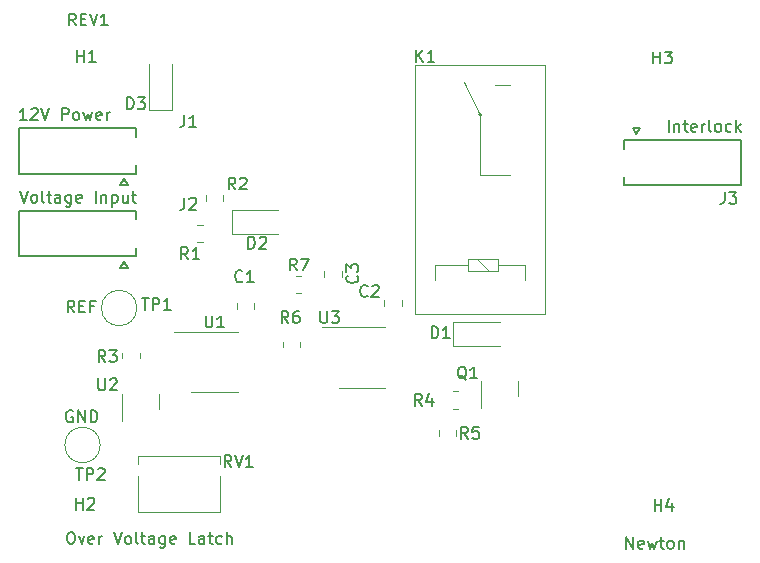
<source format=gbr>
%TF.GenerationSoftware,KiCad,Pcbnew,7.0.1*%
%TF.CreationDate,2023-05-29T21:51:14-06:00*%
%TF.ProjectId,Over_Voltage_Latch,4f766572-5f56-46f6-9c74-6167655f4c61,1*%
%TF.SameCoordinates,Original*%
%TF.FileFunction,Legend,Top*%
%TF.FilePolarity,Positive*%
%FSLAX46Y46*%
G04 Gerber Fmt 4.6, Leading zero omitted, Abs format (unit mm)*
G04 Created by KiCad (PCBNEW 7.0.1) date 2023-05-29 21:51:14*
%MOMM*%
%LPD*%
G01*
G04 APERTURE LIST*
%ADD10C,0.150000*%
%ADD11C,0.120000*%
%ADD12C,0.127000*%
G04 APERTURE END LIST*
D10*
X167138095Y-89377619D02*
X167138095Y-88377619D01*
X167614285Y-88710952D02*
X167614285Y-89377619D01*
X167614285Y-88806190D02*
X167661904Y-88758571D01*
X167661904Y-88758571D02*
X167757142Y-88710952D01*
X167757142Y-88710952D02*
X167899999Y-88710952D01*
X167899999Y-88710952D02*
X167995237Y-88758571D01*
X167995237Y-88758571D02*
X168042856Y-88853809D01*
X168042856Y-88853809D02*
X168042856Y-89377619D01*
X168376190Y-88710952D02*
X168757142Y-88710952D01*
X168519047Y-88377619D02*
X168519047Y-89234761D01*
X168519047Y-89234761D02*
X168566666Y-89330000D01*
X168566666Y-89330000D02*
X168661904Y-89377619D01*
X168661904Y-89377619D02*
X168757142Y-89377619D01*
X169471428Y-89330000D02*
X169376190Y-89377619D01*
X169376190Y-89377619D02*
X169185714Y-89377619D01*
X169185714Y-89377619D02*
X169090476Y-89330000D01*
X169090476Y-89330000D02*
X169042857Y-89234761D01*
X169042857Y-89234761D02*
X169042857Y-88853809D01*
X169042857Y-88853809D02*
X169090476Y-88758571D01*
X169090476Y-88758571D02*
X169185714Y-88710952D01*
X169185714Y-88710952D02*
X169376190Y-88710952D01*
X169376190Y-88710952D02*
X169471428Y-88758571D01*
X169471428Y-88758571D02*
X169519047Y-88853809D01*
X169519047Y-88853809D02*
X169519047Y-88949047D01*
X169519047Y-88949047D02*
X169042857Y-89044285D01*
X169947619Y-89377619D02*
X169947619Y-88710952D01*
X169947619Y-88901428D02*
X169995238Y-88806190D01*
X169995238Y-88806190D02*
X170042857Y-88758571D01*
X170042857Y-88758571D02*
X170138095Y-88710952D01*
X170138095Y-88710952D02*
X170233333Y-88710952D01*
X170709524Y-89377619D02*
X170614286Y-89330000D01*
X170614286Y-89330000D02*
X170566667Y-89234761D01*
X170566667Y-89234761D02*
X170566667Y-88377619D01*
X171233334Y-89377619D02*
X171138096Y-89330000D01*
X171138096Y-89330000D02*
X171090477Y-89282380D01*
X171090477Y-89282380D02*
X171042858Y-89187142D01*
X171042858Y-89187142D02*
X171042858Y-88901428D01*
X171042858Y-88901428D02*
X171090477Y-88806190D01*
X171090477Y-88806190D02*
X171138096Y-88758571D01*
X171138096Y-88758571D02*
X171233334Y-88710952D01*
X171233334Y-88710952D02*
X171376191Y-88710952D01*
X171376191Y-88710952D02*
X171471429Y-88758571D01*
X171471429Y-88758571D02*
X171519048Y-88806190D01*
X171519048Y-88806190D02*
X171566667Y-88901428D01*
X171566667Y-88901428D02*
X171566667Y-89187142D01*
X171566667Y-89187142D02*
X171519048Y-89282380D01*
X171519048Y-89282380D02*
X171471429Y-89330000D01*
X171471429Y-89330000D02*
X171376191Y-89377619D01*
X171376191Y-89377619D02*
X171233334Y-89377619D01*
X172423810Y-89330000D02*
X172328572Y-89377619D01*
X172328572Y-89377619D02*
X172138096Y-89377619D01*
X172138096Y-89377619D02*
X172042858Y-89330000D01*
X172042858Y-89330000D02*
X171995239Y-89282380D01*
X171995239Y-89282380D02*
X171947620Y-89187142D01*
X171947620Y-89187142D02*
X171947620Y-88901428D01*
X171947620Y-88901428D02*
X171995239Y-88806190D01*
X171995239Y-88806190D02*
X172042858Y-88758571D01*
X172042858Y-88758571D02*
X172138096Y-88710952D01*
X172138096Y-88710952D02*
X172328572Y-88710952D01*
X172328572Y-88710952D02*
X172423810Y-88758571D01*
X172852382Y-89377619D02*
X172852382Y-88377619D01*
X172947620Y-88996666D02*
X173233334Y-89377619D01*
X173233334Y-88710952D02*
X172852382Y-89091904D01*
X112195238Y-94377619D02*
X112528571Y-95377619D01*
X112528571Y-95377619D02*
X112861904Y-94377619D01*
X113338095Y-95377619D02*
X113242857Y-95330000D01*
X113242857Y-95330000D02*
X113195238Y-95282380D01*
X113195238Y-95282380D02*
X113147619Y-95187142D01*
X113147619Y-95187142D02*
X113147619Y-94901428D01*
X113147619Y-94901428D02*
X113195238Y-94806190D01*
X113195238Y-94806190D02*
X113242857Y-94758571D01*
X113242857Y-94758571D02*
X113338095Y-94710952D01*
X113338095Y-94710952D02*
X113480952Y-94710952D01*
X113480952Y-94710952D02*
X113576190Y-94758571D01*
X113576190Y-94758571D02*
X113623809Y-94806190D01*
X113623809Y-94806190D02*
X113671428Y-94901428D01*
X113671428Y-94901428D02*
X113671428Y-95187142D01*
X113671428Y-95187142D02*
X113623809Y-95282380D01*
X113623809Y-95282380D02*
X113576190Y-95330000D01*
X113576190Y-95330000D02*
X113480952Y-95377619D01*
X113480952Y-95377619D02*
X113338095Y-95377619D01*
X114242857Y-95377619D02*
X114147619Y-95330000D01*
X114147619Y-95330000D02*
X114100000Y-95234761D01*
X114100000Y-95234761D02*
X114100000Y-94377619D01*
X114480953Y-94710952D02*
X114861905Y-94710952D01*
X114623810Y-94377619D02*
X114623810Y-95234761D01*
X114623810Y-95234761D02*
X114671429Y-95330000D01*
X114671429Y-95330000D02*
X114766667Y-95377619D01*
X114766667Y-95377619D02*
X114861905Y-95377619D01*
X115623810Y-95377619D02*
X115623810Y-94853809D01*
X115623810Y-94853809D02*
X115576191Y-94758571D01*
X115576191Y-94758571D02*
X115480953Y-94710952D01*
X115480953Y-94710952D02*
X115290477Y-94710952D01*
X115290477Y-94710952D02*
X115195239Y-94758571D01*
X115623810Y-95330000D02*
X115528572Y-95377619D01*
X115528572Y-95377619D02*
X115290477Y-95377619D01*
X115290477Y-95377619D02*
X115195239Y-95330000D01*
X115195239Y-95330000D02*
X115147620Y-95234761D01*
X115147620Y-95234761D02*
X115147620Y-95139523D01*
X115147620Y-95139523D02*
X115195239Y-95044285D01*
X115195239Y-95044285D02*
X115290477Y-94996666D01*
X115290477Y-94996666D02*
X115528572Y-94996666D01*
X115528572Y-94996666D02*
X115623810Y-94949047D01*
X116528572Y-94710952D02*
X116528572Y-95520476D01*
X116528572Y-95520476D02*
X116480953Y-95615714D01*
X116480953Y-95615714D02*
X116433334Y-95663333D01*
X116433334Y-95663333D02*
X116338096Y-95710952D01*
X116338096Y-95710952D02*
X116195239Y-95710952D01*
X116195239Y-95710952D02*
X116100001Y-95663333D01*
X116528572Y-95330000D02*
X116433334Y-95377619D01*
X116433334Y-95377619D02*
X116242858Y-95377619D01*
X116242858Y-95377619D02*
X116147620Y-95330000D01*
X116147620Y-95330000D02*
X116100001Y-95282380D01*
X116100001Y-95282380D02*
X116052382Y-95187142D01*
X116052382Y-95187142D02*
X116052382Y-94901428D01*
X116052382Y-94901428D02*
X116100001Y-94806190D01*
X116100001Y-94806190D02*
X116147620Y-94758571D01*
X116147620Y-94758571D02*
X116242858Y-94710952D01*
X116242858Y-94710952D02*
X116433334Y-94710952D01*
X116433334Y-94710952D02*
X116528572Y-94758571D01*
X117385715Y-95330000D02*
X117290477Y-95377619D01*
X117290477Y-95377619D02*
X117100001Y-95377619D01*
X117100001Y-95377619D02*
X117004763Y-95330000D01*
X117004763Y-95330000D02*
X116957144Y-95234761D01*
X116957144Y-95234761D02*
X116957144Y-94853809D01*
X116957144Y-94853809D02*
X117004763Y-94758571D01*
X117004763Y-94758571D02*
X117100001Y-94710952D01*
X117100001Y-94710952D02*
X117290477Y-94710952D01*
X117290477Y-94710952D02*
X117385715Y-94758571D01*
X117385715Y-94758571D02*
X117433334Y-94853809D01*
X117433334Y-94853809D02*
X117433334Y-94949047D01*
X117433334Y-94949047D02*
X116957144Y-95044285D01*
X118623811Y-95377619D02*
X118623811Y-94377619D01*
X119100001Y-94710952D02*
X119100001Y-95377619D01*
X119100001Y-94806190D02*
X119147620Y-94758571D01*
X119147620Y-94758571D02*
X119242858Y-94710952D01*
X119242858Y-94710952D02*
X119385715Y-94710952D01*
X119385715Y-94710952D02*
X119480953Y-94758571D01*
X119480953Y-94758571D02*
X119528572Y-94853809D01*
X119528572Y-94853809D02*
X119528572Y-95377619D01*
X120004763Y-94710952D02*
X120004763Y-95710952D01*
X120004763Y-94758571D02*
X120100001Y-94710952D01*
X120100001Y-94710952D02*
X120290477Y-94710952D01*
X120290477Y-94710952D02*
X120385715Y-94758571D01*
X120385715Y-94758571D02*
X120433334Y-94806190D01*
X120433334Y-94806190D02*
X120480953Y-94901428D01*
X120480953Y-94901428D02*
X120480953Y-95187142D01*
X120480953Y-95187142D02*
X120433334Y-95282380D01*
X120433334Y-95282380D02*
X120385715Y-95330000D01*
X120385715Y-95330000D02*
X120290477Y-95377619D01*
X120290477Y-95377619D02*
X120100001Y-95377619D01*
X120100001Y-95377619D02*
X120004763Y-95330000D01*
X121338096Y-94710952D02*
X121338096Y-95377619D01*
X120909525Y-94710952D02*
X120909525Y-95234761D01*
X120909525Y-95234761D02*
X120957144Y-95330000D01*
X120957144Y-95330000D02*
X121052382Y-95377619D01*
X121052382Y-95377619D02*
X121195239Y-95377619D01*
X121195239Y-95377619D02*
X121290477Y-95330000D01*
X121290477Y-95330000D02*
X121338096Y-95282380D01*
X121671430Y-94710952D02*
X122052382Y-94710952D01*
X121814287Y-94377619D02*
X121814287Y-95234761D01*
X121814287Y-95234761D02*
X121861906Y-95330000D01*
X121861906Y-95330000D02*
X121957144Y-95377619D01*
X121957144Y-95377619D02*
X122052382Y-95377619D01*
X112761904Y-88377619D02*
X112190476Y-88377619D01*
X112476190Y-88377619D02*
X112476190Y-87377619D01*
X112476190Y-87377619D02*
X112380952Y-87520476D01*
X112380952Y-87520476D02*
X112285714Y-87615714D01*
X112285714Y-87615714D02*
X112190476Y-87663333D01*
X113142857Y-87472857D02*
X113190476Y-87425238D01*
X113190476Y-87425238D02*
X113285714Y-87377619D01*
X113285714Y-87377619D02*
X113523809Y-87377619D01*
X113523809Y-87377619D02*
X113619047Y-87425238D01*
X113619047Y-87425238D02*
X113666666Y-87472857D01*
X113666666Y-87472857D02*
X113714285Y-87568095D01*
X113714285Y-87568095D02*
X113714285Y-87663333D01*
X113714285Y-87663333D02*
X113666666Y-87806190D01*
X113666666Y-87806190D02*
X113095238Y-88377619D01*
X113095238Y-88377619D02*
X113714285Y-88377619D01*
X114000000Y-87377619D02*
X114333333Y-88377619D01*
X114333333Y-88377619D02*
X114666666Y-87377619D01*
X115761905Y-88377619D02*
X115761905Y-87377619D01*
X115761905Y-87377619D02*
X116142857Y-87377619D01*
X116142857Y-87377619D02*
X116238095Y-87425238D01*
X116238095Y-87425238D02*
X116285714Y-87472857D01*
X116285714Y-87472857D02*
X116333333Y-87568095D01*
X116333333Y-87568095D02*
X116333333Y-87710952D01*
X116333333Y-87710952D02*
X116285714Y-87806190D01*
X116285714Y-87806190D02*
X116238095Y-87853809D01*
X116238095Y-87853809D02*
X116142857Y-87901428D01*
X116142857Y-87901428D02*
X115761905Y-87901428D01*
X116904762Y-88377619D02*
X116809524Y-88330000D01*
X116809524Y-88330000D02*
X116761905Y-88282380D01*
X116761905Y-88282380D02*
X116714286Y-88187142D01*
X116714286Y-88187142D02*
X116714286Y-87901428D01*
X116714286Y-87901428D02*
X116761905Y-87806190D01*
X116761905Y-87806190D02*
X116809524Y-87758571D01*
X116809524Y-87758571D02*
X116904762Y-87710952D01*
X116904762Y-87710952D02*
X117047619Y-87710952D01*
X117047619Y-87710952D02*
X117142857Y-87758571D01*
X117142857Y-87758571D02*
X117190476Y-87806190D01*
X117190476Y-87806190D02*
X117238095Y-87901428D01*
X117238095Y-87901428D02*
X117238095Y-88187142D01*
X117238095Y-88187142D02*
X117190476Y-88282380D01*
X117190476Y-88282380D02*
X117142857Y-88330000D01*
X117142857Y-88330000D02*
X117047619Y-88377619D01*
X117047619Y-88377619D02*
X116904762Y-88377619D01*
X117571429Y-87710952D02*
X117761905Y-88377619D01*
X117761905Y-88377619D02*
X117952381Y-87901428D01*
X117952381Y-87901428D02*
X118142857Y-88377619D01*
X118142857Y-88377619D02*
X118333333Y-87710952D01*
X119095238Y-88330000D02*
X119000000Y-88377619D01*
X119000000Y-88377619D02*
X118809524Y-88377619D01*
X118809524Y-88377619D02*
X118714286Y-88330000D01*
X118714286Y-88330000D02*
X118666667Y-88234761D01*
X118666667Y-88234761D02*
X118666667Y-87853809D01*
X118666667Y-87853809D02*
X118714286Y-87758571D01*
X118714286Y-87758571D02*
X118809524Y-87710952D01*
X118809524Y-87710952D02*
X119000000Y-87710952D01*
X119000000Y-87710952D02*
X119095238Y-87758571D01*
X119095238Y-87758571D02*
X119142857Y-87853809D01*
X119142857Y-87853809D02*
X119142857Y-87949047D01*
X119142857Y-87949047D02*
X118666667Y-88044285D01*
X119571429Y-88377619D02*
X119571429Y-87710952D01*
X119571429Y-87901428D02*
X119619048Y-87806190D01*
X119619048Y-87806190D02*
X119666667Y-87758571D01*
X119666667Y-87758571D02*
X119761905Y-87710952D01*
X119761905Y-87710952D02*
X119857143Y-87710952D01*
X116428571Y-123277619D02*
X116619047Y-123277619D01*
X116619047Y-123277619D02*
X116714285Y-123325238D01*
X116714285Y-123325238D02*
X116809523Y-123420476D01*
X116809523Y-123420476D02*
X116857142Y-123610952D01*
X116857142Y-123610952D02*
X116857142Y-123944285D01*
X116857142Y-123944285D02*
X116809523Y-124134761D01*
X116809523Y-124134761D02*
X116714285Y-124230000D01*
X116714285Y-124230000D02*
X116619047Y-124277619D01*
X116619047Y-124277619D02*
X116428571Y-124277619D01*
X116428571Y-124277619D02*
X116333333Y-124230000D01*
X116333333Y-124230000D02*
X116238095Y-124134761D01*
X116238095Y-124134761D02*
X116190476Y-123944285D01*
X116190476Y-123944285D02*
X116190476Y-123610952D01*
X116190476Y-123610952D02*
X116238095Y-123420476D01*
X116238095Y-123420476D02*
X116333333Y-123325238D01*
X116333333Y-123325238D02*
X116428571Y-123277619D01*
X117190476Y-123610952D02*
X117428571Y-124277619D01*
X117428571Y-124277619D02*
X117666666Y-123610952D01*
X118428571Y-124230000D02*
X118333333Y-124277619D01*
X118333333Y-124277619D02*
X118142857Y-124277619D01*
X118142857Y-124277619D02*
X118047619Y-124230000D01*
X118047619Y-124230000D02*
X118000000Y-124134761D01*
X118000000Y-124134761D02*
X118000000Y-123753809D01*
X118000000Y-123753809D02*
X118047619Y-123658571D01*
X118047619Y-123658571D02*
X118142857Y-123610952D01*
X118142857Y-123610952D02*
X118333333Y-123610952D01*
X118333333Y-123610952D02*
X118428571Y-123658571D01*
X118428571Y-123658571D02*
X118476190Y-123753809D01*
X118476190Y-123753809D02*
X118476190Y-123849047D01*
X118476190Y-123849047D02*
X118000000Y-123944285D01*
X118904762Y-124277619D02*
X118904762Y-123610952D01*
X118904762Y-123801428D02*
X118952381Y-123706190D01*
X118952381Y-123706190D02*
X119000000Y-123658571D01*
X119000000Y-123658571D02*
X119095238Y-123610952D01*
X119095238Y-123610952D02*
X119190476Y-123610952D01*
X120142858Y-123277619D02*
X120476191Y-124277619D01*
X120476191Y-124277619D02*
X120809524Y-123277619D01*
X121285715Y-124277619D02*
X121190477Y-124230000D01*
X121190477Y-124230000D02*
X121142858Y-124182380D01*
X121142858Y-124182380D02*
X121095239Y-124087142D01*
X121095239Y-124087142D02*
X121095239Y-123801428D01*
X121095239Y-123801428D02*
X121142858Y-123706190D01*
X121142858Y-123706190D02*
X121190477Y-123658571D01*
X121190477Y-123658571D02*
X121285715Y-123610952D01*
X121285715Y-123610952D02*
X121428572Y-123610952D01*
X121428572Y-123610952D02*
X121523810Y-123658571D01*
X121523810Y-123658571D02*
X121571429Y-123706190D01*
X121571429Y-123706190D02*
X121619048Y-123801428D01*
X121619048Y-123801428D02*
X121619048Y-124087142D01*
X121619048Y-124087142D02*
X121571429Y-124182380D01*
X121571429Y-124182380D02*
X121523810Y-124230000D01*
X121523810Y-124230000D02*
X121428572Y-124277619D01*
X121428572Y-124277619D02*
X121285715Y-124277619D01*
X122190477Y-124277619D02*
X122095239Y-124230000D01*
X122095239Y-124230000D02*
X122047620Y-124134761D01*
X122047620Y-124134761D02*
X122047620Y-123277619D01*
X122428573Y-123610952D02*
X122809525Y-123610952D01*
X122571430Y-123277619D02*
X122571430Y-124134761D01*
X122571430Y-124134761D02*
X122619049Y-124230000D01*
X122619049Y-124230000D02*
X122714287Y-124277619D01*
X122714287Y-124277619D02*
X122809525Y-124277619D01*
X123571430Y-124277619D02*
X123571430Y-123753809D01*
X123571430Y-123753809D02*
X123523811Y-123658571D01*
X123523811Y-123658571D02*
X123428573Y-123610952D01*
X123428573Y-123610952D02*
X123238097Y-123610952D01*
X123238097Y-123610952D02*
X123142859Y-123658571D01*
X123571430Y-124230000D02*
X123476192Y-124277619D01*
X123476192Y-124277619D02*
X123238097Y-124277619D01*
X123238097Y-124277619D02*
X123142859Y-124230000D01*
X123142859Y-124230000D02*
X123095240Y-124134761D01*
X123095240Y-124134761D02*
X123095240Y-124039523D01*
X123095240Y-124039523D02*
X123142859Y-123944285D01*
X123142859Y-123944285D02*
X123238097Y-123896666D01*
X123238097Y-123896666D02*
X123476192Y-123896666D01*
X123476192Y-123896666D02*
X123571430Y-123849047D01*
X124476192Y-123610952D02*
X124476192Y-124420476D01*
X124476192Y-124420476D02*
X124428573Y-124515714D01*
X124428573Y-124515714D02*
X124380954Y-124563333D01*
X124380954Y-124563333D02*
X124285716Y-124610952D01*
X124285716Y-124610952D02*
X124142859Y-124610952D01*
X124142859Y-124610952D02*
X124047621Y-124563333D01*
X124476192Y-124230000D02*
X124380954Y-124277619D01*
X124380954Y-124277619D02*
X124190478Y-124277619D01*
X124190478Y-124277619D02*
X124095240Y-124230000D01*
X124095240Y-124230000D02*
X124047621Y-124182380D01*
X124047621Y-124182380D02*
X124000002Y-124087142D01*
X124000002Y-124087142D02*
X124000002Y-123801428D01*
X124000002Y-123801428D02*
X124047621Y-123706190D01*
X124047621Y-123706190D02*
X124095240Y-123658571D01*
X124095240Y-123658571D02*
X124190478Y-123610952D01*
X124190478Y-123610952D02*
X124380954Y-123610952D01*
X124380954Y-123610952D02*
X124476192Y-123658571D01*
X125333335Y-124230000D02*
X125238097Y-124277619D01*
X125238097Y-124277619D02*
X125047621Y-124277619D01*
X125047621Y-124277619D02*
X124952383Y-124230000D01*
X124952383Y-124230000D02*
X124904764Y-124134761D01*
X124904764Y-124134761D02*
X124904764Y-123753809D01*
X124904764Y-123753809D02*
X124952383Y-123658571D01*
X124952383Y-123658571D02*
X125047621Y-123610952D01*
X125047621Y-123610952D02*
X125238097Y-123610952D01*
X125238097Y-123610952D02*
X125333335Y-123658571D01*
X125333335Y-123658571D02*
X125380954Y-123753809D01*
X125380954Y-123753809D02*
X125380954Y-123849047D01*
X125380954Y-123849047D02*
X124904764Y-123944285D01*
X127047621Y-124277619D02*
X126571431Y-124277619D01*
X126571431Y-124277619D02*
X126571431Y-123277619D01*
X127809526Y-124277619D02*
X127809526Y-123753809D01*
X127809526Y-123753809D02*
X127761907Y-123658571D01*
X127761907Y-123658571D02*
X127666669Y-123610952D01*
X127666669Y-123610952D02*
X127476193Y-123610952D01*
X127476193Y-123610952D02*
X127380955Y-123658571D01*
X127809526Y-124230000D02*
X127714288Y-124277619D01*
X127714288Y-124277619D02*
X127476193Y-124277619D01*
X127476193Y-124277619D02*
X127380955Y-124230000D01*
X127380955Y-124230000D02*
X127333336Y-124134761D01*
X127333336Y-124134761D02*
X127333336Y-124039523D01*
X127333336Y-124039523D02*
X127380955Y-123944285D01*
X127380955Y-123944285D02*
X127476193Y-123896666D01*
X127476193Y-123896666D02*
X127714288Y-123896666D01*
X127714288Y-123896666D02*
X127809526Y-123849047D01*
X128142860Y-123610952D02*
X128523812Y-123610952D01*
X128285717Y-123277619D02*
X128285717Y-124134761D01*
X128285717Y-124134761D02*
X128333336Y-124230000D01*
X128333336Y-124230000D02*
X128428574Y-124277619D01*
X128428574Y-124277619D02*
X128523812Y-124277619D01*
X129285717Y-124230000D02*
X129190479Y-124277619D01*
X129190479Y-124277619D02*
X129000003Y-124277619D01*
X129000003Y-124277619D02*
X128904765Y-124230000D01*
X128904765Y-124230000D02*
X128857146Y-124182380D01*
X128857146Y-124182380D02*
X128809527Y-124087142D01*
X128809527Y-124087142D02*
X128809527Y-123801428D01*
X128809527Y-123801428D02*
X128857146Y-123706190D01*
X128857146Y-123706190D02*
X128904765Y-123658571D01*
X128904765Y-123658571D02*
X129000003Y-123610952D01*
X129000003Y-123610952D02*
X129190479Y-123610952D01*
X129190479Y-123610952D02*
X129285717Y-123658571D01*
X129714289Y-124277619D02*
X129714289Y-123277619D01*
X130142860Y-124277619D02*
X130142860Y-123753809D01*
X130142860Y-123753809D02*
X130095241Y-123658571D01*
X130095241Y-123658571D02*
X130000003Y-123610952D01*
X130000003Y-123610952D02*
X129857146Y-123610952D01*
X129857146Y-123610952D02*
X129761908Y-123658571D01*
X129761908Y-123658571D02*
X129714289Y-123706190D01*
X116661904Y-113025238D02*
X116566666Y-112977619D01*
X116566666Y-112977619D02*
X116423809Y-112977619D01*
X116423809Y-112977619D02*
X116280952Y-113025238D01*
X116280952Y-113025238D02*
X116185714Y-113120476D01*
X116185714Y-113120476D02*
X116138095Y-113215714D01*
X116138095Y-113215714D02*
X116090476Y-113406190D01*
X116090476Y-113406190D02*
X116090476Y-113549047D01*
X116090476Y-113549047D02*
X116138095Y-113739523D01*
X116138095Y-113739523D02*
X116185714Y-113834761D01*
X116185714Y-113834761D02*
X116280952Y-113930000D01*
X116280952Y-113930000D02*
X116423809Y-113977619D01*
X116423809Y-113977619D02*
X116519047Y-113977619D01*
X116519047Y-113977619D02*
X116661904Y-113930000D01*
X116661904Y-113930000D02*
X116709523Y-113882380D01*
X116709523Y-113882380D02*
X116709523Y-113549047D01*
X116709523Y-113549047D02*
X116519047Y-113549047D01*
X117138095Y-113977619D02*
X117138095Y-112977619D01*
X117138095Y-112977619D02*
X117709523Y-113977619D01*
X117709523Y-113977619D02*
X117709523Y-112977619D01*
X118185714Y-113977619D02*
X118185714Y-112977619D01*
X118185714Y-112977619D02*
X118423809Y-112977619D01*
X118423809Y-112977619D02*
X118566666Y-113025238D01*
X118566666Y-113025238D02*
X118661904Y-113120476D01*
X118661904Y-113120476D02*
X118709523Y-113215714D01*
X118709523Y-113215714D02*
X118757142Y-113406190D01*
X118757142Y-113406190D02*
X118757142Y-113549047D01*
X118757142Y-113549047D02*
X118709523Y-113739523D01*
X118709523Y-113739523D02*
X118661904Y-113834761D01*
X118661904Y-113834761D02*
X118566666Y-113930000D01*
X118566666Y-113930000D02*
X118423809Y-113977619D01*
X118423809Y-113977619D02*
X118185714Y-113977619D01*
X116909523Y-80377619D02*
X116576190Y-79901428D01*
X116338095Y-80377619D02*
X116338095Y-79377619D01*
X116338095Y-79377619D02*
X116719047Y-79377619D01*
X116719047Y-79377619D02*
X116814285Y-79425238D01*
X116814285Y-79425238D02*
X116861904Y-79472857D01*
X116861904Y-79472857D02*
X116909523Y-79568095D01*
X116909523Y-79568095D02*
X116909523Y-79710952D01*
X116909523Y-79710952D02*
X116861904Y-79806190D01*
X116861904Y-79806190D02*
X116814285Y-79853809D01*
X116814285Y-79853809D02*
X116719047Y-79901428D01*
X116719047Y-79901428D02*
X116338095Y-79901428D01*
X117338095Y-79853809D02*
X117671428Y-79853809D01*
X117814285Y-80377619D02*
X117338095Y-80377619D01*
X117338095Y-80377619D02*
X117338095Y-79377619D01*
X117338095Y-79377619D02*
X117814285Y-79377619D01*
X118100000Y-79377619D02*
X118433333Y-80377619D01*
X118433333Y-80377619D02*
X118766666Y-79377619D01*
X119623809Y-80377619D02*
X119052381Y-80377619D01*
X119338095Y-80377619D02*
X119338095Y-79377619D01*
X119338095Y-79377619D02*
X119242857Y-79520476D01*
X119242857Y-79520476D02*
X119147619Y-79615714D01*
X119147619Y-79615714D02*
X119052381Y-79663333D01*
X163538095Y-124677619D02*
X163538095Y-123677619D01*
X163538095Y-123677619D02*
X164109523Y-124677619D01*
X164109523Y-124677619D02*
X164109523Y-123677619D01*
X164966666Y-124630000D02*
X164871428Y-124677619D01*
X164871428Y-124677619D02*
X164680952Y-124677619D01*
X164680952Y-124677619D02*
X164585714Y-124630000D01*
X164585714Y-124630000D02*
X164538095Y-124534761D01*
X164538095Y-124534761D02*
X164538095Y-124153809D01*
X164538095Y-124153809D02*
X164585714Y-124058571D01*
X164585714Y-124058571D02*
X164680952Y-124010952D01*
X164680952Y-124010952D02*
X164871428Y-124010952D01*
X164871428Y-124010952D02*
X164966666Y-124058571D01*
X164966666Y-124058571D02*
X165014285Y-124153809D01*
X165014285Y-124153809D02*
X165014285Y-124249047D01*
X165014285Y-124249047D02*
X164538095Y-124344285D01*
X165347619Y-124010952D02*
X165538095Y-124677619D01*
X165538095Y-124677619D02*
X165728571Y-124201428D01*
X165728571Y-124201428D02*
X165919047Y-124677619D01*
X165919047Y-124677619D02*
X166109523Y-124010952D01*
X166347619Y-124010952D02*
X166728571Y-124010952D01*
X166490476Y-123677619D02*
X166490476Y-124534761D01*
X166490476Y-124534761D02*
X166538095Y-124630000D01*
X166538095Y-124630000D02*
X166633333Y-124677619D01*
X166633333Y-124677619D02*
X166728571Y-124677619D01*
X167204762Y-124677619D02*
X167109524Y-124630000D01*
X167109524Y-124630000D02*
X167061905Y-124582380D01*
X167061905Y-124582380D02*
X167014286Y-124487142D01*
X167014286Y-124487142D02*
X167014286Y-124201428D01*
X167014286Y-124201428D02*
X167061905Y-124106190D01*
X167061905Y-124106190D02*
X167109524Y-124058571D01*
X167109524Y-124058571D02*
X167204762Y-124010952D01*
X167204762Y-124010952D02*
X167347619Y-124010952D01*
X167347619Y-124010952D02*
X167442857Y-124058571D01*
X167442857Y-124058571D02*
X167490476Y-124106190D01*
X167490476Y-124106190D02*
X167538095Y-124201428D01*
X167538095Y-124201428D02*
X167538095Y-124487142D01*
X167538095Y-124487142D02*
X167490476Y-124582380D01*
X167490476Y-124582380D02*
X167442857Y-124630000D01*
X167442857Y-124630000D02*
X167347619Y-124677619D01*
X167347619Y-124677619D02*
X167204762Y-124677619D01*
X167966667Y-124010952D02*
X167966667Y-124677619D01*
X167966667Y-124106190D02*
X168014286Y-124058571D01*
X168014286Y-124058571D02*
X168109524Y-124010952D01*
X168109524Y-124010952D02*
X168252381Y-124010952D01*
X168252381Y-124010952D02*
X168347619Y-124058571D01*
X168347619Y-124058571D02*
X168395238Y-124153809D01*
X168395238Y-124153809D02*
X168395238Y-124677619D01*
X116809523Y-104677619D02*
X116476190Y-104201428D01*
X116238095Y-104677619D02*
X116238095Y-103677619D01*
X116238095Y-103677619D02*
X116619047Y-103677619D01*
X116619047Y-103677619D02*
X116714285Y-103725238D01*
X116714285Y-103725238D02*
X116761904Y-103772857D01*
X116761904Y-103772857D02*
X116809523Y-103868095D01*
X116809523Y-103868095D02*
X116809523Y-104010952D01*
X116809523Y-104010952D02*
X116761904Y-104106190D01*
X116761904Y-104106190D02*
X116714285Y-104153809D01*
X116714285Y-104153809D02*
X116619047Y-104201428D01*
X116619047Y-104201428D02*
X116238095Y-104201428D01*
X117238095Y-104153809D02*
X117571428Y-104153809D01*
X117714285Y-104677619D02*
X117238095Y-104677619D01*
X117238095Y-104677619D02*
X117238095Y-103677619D01*
X117238095Y-103677619D02*
X117714285Y-103677619D01*
X118476190Y-104153809D02*
X118142857Y-104153809D01*
X118142857Y-104677619D02*
X118142857Y-103677619D01*
X118142857Y-103677619D02*
X118619047Y-103677619D01*
%TO.C,C3*%
X140747380Y-101566666D02*
X140795000Y-101614285D01*
X140795000Y-101614285D02*
X140842619Y-101757142D01*
X140842619Y-101757142D02*
X140842619Y-101852380D01*
X140842619Y-101852380D02*
X140795000Y-101995237D01*
X140795000Y-101995237D02*
X140699761Y-102090475D01*
X140699761Y-102090475D02*
X140604523Y-102138094D01*
X140604523Y-102138094D02*
X140414047Y-102185713D01*
X140414047Y-102185713D02*
X140271190Y-102185713D01*
X140271190Y-102185713D02*
X140080714Y-102138094D01*
X140080714Y-102138094D02*
X139985476Y-102090475D01*
X139985476Y-102090475D02*
X139890238Y-101995237D01*
X139890238Y-101995237D02*
X139842619Y-101852380D01*
X139842619Y-101852380D02*
X139842619Y-101757142D01*
X139842619Y-101757142D02*
X139890238Y-101614285D01*
X139890238Y-101614285D02*
X139937857Y-101566666D01*
X139842619Y-101233332D02*
X139842619Y-100614285D01*
X139842619Y-100614285D02*
X140223571Y-100947618D01*
X140223571Y-100947618D02*
X140223571Y-100804761D01*
X140223571Y-100804761D02*
X140271190Y-100709523D01*
X140271190Y-100709523D02*
X140318809Y-100661904D01*
X140318809Y-100661904D02*
X140414047Y-100614285D01*
X140414047Y-100614285D02*
X140652142Y-100614285D01*
X140652142Y-100614285D02*
X140747380Y-100661904D01*
X140747380Y-100661904D02*
X140795000Y-100709523D01*
X140795000Y-100709523D02*
X140842619Y-100804761D01*
X140842619Y-100804761D02*
X140842619Y-101090475D01*
X140842619Y-101090475D02*
X140795000Y-101185713D01*
X140795000Y-101185713D02*
X140747380Y-101233332D01*
%TO.C,D1*%
X147061905Y-106862619D02*
X147061905Y-105862619D01*
X147061905Y-105862619D02*
X147300000Y-105862619D01*
X147300000Y-105862619D02*
X147442857Y-105910238D01*
X147442857Y-105910238D02*
X147538095Y-106005476D01*
X147538095Y-106005476D02*
X147585714Y-106100714D01*
X147585714Y-106100714D02*
X147633333Y-106291190D01*
X147633333Y-106291190D02*
X147633333Y-106434047D01*
X147633333Y-106434047D02*
X147585714Y-106624523D01*
X147585714Y-106624523D02*
X147538095Y-106719761D01*
X147538095Y-106719761D02*
X147442857Y-106815000D01*
X147442857Y-106815000D02*
X147300000Y-106862619D01*
X147300000Y-106862619D02*
X147061905Y-106862619D01*
X148585714Y-106862619D02*
X148014286Y-106862619D01*
X148300000Y-106862619D02*
X148300000Y-105862619D01*
X148300000Y-105862619D02*
X148204762Y-106005476D01*
X148204762Y-106005476D02*
X148109524Y-106100714D01*
X148109524Y-106100714D02*
X148014286Y-106148333D01*
%TO.C,Q1*%
X150004761Y-110357857D02*
X149909523Y-110310238D01*
X149909523Y-110310238D02*
X149814285Y-110215000D01*
X149814285Y-110215000D02*
X149671428Y-110072142D01*
X149671428Y-110072142D02*
X149576190Y-110024523D01*
X149576190Y-110024523D02*
X149480952Y-110024523D01*
X149528571Y-110262619D02*
X149433333Y-110215000D01*
X149433333Y-110215000D02*
X149338095Y-110119761D01*
X149338095Y-110119761D02*
X149290476Y-109929285D01*
X149290476Y-109929285D02*
X149290476Y-109595952D01*
X149290476Y-109595952D02*
X149338095Y-109405476D01*
X149338095Y-109405476D02*
X149433333Y-109310238D01*
X149433333Y-109310238D02*
X149528571Y-109262619D01*
X149528571Y-109262619D02*
X149719047Y-109262619D01*
X149719047Y-109262619D02*
X149814285Y-109310238D01*
X149814285Y-109310238D02*
X149909523Y-109405476D01*
X149909523Y-109405476D02*
X149957142Y-109595952D01*
X149957142Y-109595952D02*
X149957142Y-109929285D01*
X149957142Y-109929285D02*
X149909523Y-110119761D01*
X149909523Y-110119761D02*
X149814285Y-110215000D01*
X149814285Y-110215000D02*
X149719047Y-110262619D01*
X149719047Y-110262619D02*
X149528571Y-110262619D01*
X150909523Y-110262619D02*
X150338095Y-110262619D01*
X150623809Y-110262619D02*
X150623809Y-109262619D01*
X150623809Y-109262619D02*
X150528571Y-109405476D01*
X150528571Y-109405476D02*
X150433333Y-109500714D01*
X150433333Y-109500714D02*
X150338095Y-109548333D01*
%TO.C,H1*%
X117038095Y-83462619D02*
X117038095Y-82462619D01*
X117038095Y-82938809D02*
X117609523Y-82938809D01*
X117609523Y-83462619D02*
X117609523Y-82462619D01*
X118609523Y-83462619D02*
X118038095Y-83462619D01*
X118323809Y-83462619D02*
X118323809Y-82462619D01*
X118323809Y-82462619D02*
X118228571Y-82605476D01*
X118228571Y-82605476D02*
X118133333Y-82700714D01*
X118133333Y-82700714D02*
X118038095Y-82748333D01*
%TO.C,TP2*%
X116938095Y-117862619D02*
X117509523Y-117862619D01*
X117223809Y-118862619D02*
X117223809Y-117862619D01*
X117842857Y-118862619D02*
X117842857Y-117862619D01*
X117842857Y-117862619D02*
X118223809Y-117862619D01*
X118223809Y-117862619D02*
X118319047Y-117910238D01*
X118319047Y-117910238D02*
X118366666Y-117957857D01*
X118366666Y-117957857D02*
X118414285Y-118053095D01*
X118414285Y-118053095D02*
X118414285Y-118195952D01*
X118414285Y-118195952D02*
X118366666Y-118291190D01*
X118366666Y-118291190D02*
X118319047Y-118338809D01*
X118319047Y-118338809D02*
X118223809Y-118386428D01*
X118223809Y-118386428D02*
X117842857Y-118386428D01*
X118795238Y-117957857D02*
X118842857Y-117910238D01*
X118842857Y-117910238D02*
X118938095Y-117862619D01*
X118938095Y-117862619D02*
X119176190Y-117862619D01*
X119176190Y-117862619D02*
X119271428Y-117910238D01*
X119271428Y-117910238D02*
X119319047Y-117957857D01*
X119319047Y-117957857D02*
X119366666Y-118053095D01*
X119366666Y-118053095D02*
X119366666Y-118148333D01*
X119366666Y-118148333D02*
X119319047Y-118291190D01*
X119319047Y-118291190D02*
X118747619Y-118862619D01*
X118747619Y-118862619D02*
X119366666Y-118862619D01*
%TO.C,C2*%
X141633333Y-103267380D02*
X141585714Y-103315000D01*
X141585714Y-103315000D02*
X141442857Y-103362619D01*
X141442857Y-103362619D02*
X141347619Y-103362619D01*
X141347619Y-103362619D02*
X141204762Y-103315000D01*
X141204762Y-103315000D02*
X141109524Y-103219761D01*
X141109524Y-103219761D02*
X141061905Y-103124523D01*
X141061905Y-103124523D02*
X141014286Y-102934047D01*
X141014286Y-102934047D02*
X141014286Y-102791190D01*
X141014286Y-102791190D02*
X141061905Y-102600714D01*
X141061905Y-102600714D02*
X141109524Y-102505476D01*
X141109524Y-102505476D02*
X141204762Y-102410238D01*
X141204762Y-102410238D02*
X141347619Y-102362619D01*
X141347619Y-102362619D02*
X141442857Y-102362619D01*
X141442857Y-102362619D02*
X141585714Y-102410238D01*
X141585714Y-102410238D02*
X141633333Y-102457857D01*
X142014286Y-102457857D02*
X142061905Y-102410238D01*
X142061905Y-102410238D02*
X142157143Y-102362619D01*
X142157143Y-102362619D02*
X142395238Y-102362619D01*
X142395238Y-102362619D02*
X142490476Y-102410238D01*
X142490476Y-102410238D02*
X142538095Y-102457857D01*
X142538095Y-102457857D02*
X142585714Y-102553095D01*
X142585714Y-102553095D02*
X142585714Y-102648333D01*
X142585714Y-102648333D02*
X142538095Y-102791190D01*
X142538095Y-102791190D02*
X141966667Y-103362619D01*
X141966667Y-103362619D02*
X142585714Y-103362619D01*
%TO.C,R6*%
X134933333Y-105562619D02*
X134600000Y-105086428D01*
X134361905Y-105562619D02*
X134361905Y-104562619D01*
X134361905Y-104562619D02*
X134742857Y-104562619D01*
X134742857Y-104562619D02*
X134838095Y-104610238D01*
X134838095Y-104610238D02*
X134885714Y-104657857D01*
X134885714Y-104657857D02*
X134933333Y-104753095D01*
X134933333Y-104753095D02*
X134933333Y-104895952D01*
X134933333Y-104895952D02*
X134885714Y-104991190D01*
X134885714Y-104991190D02*
X134838095Y-105038809D01*
X134838095Y-105038809D02*
X134742857Y-105086428D01*
X134742857Y-105086428D02*
X134361905Y-105086428D01*
X135790476Y-104562619D02*
X135600000Y-104562619D01*
X135600000Y-104562619D02*
X135504762Y-104610238D01*
X135504762Y-104610238D02*
X135457143Y-104657857D01*
X135457143Y-104657857D02*
X135361905Y-104800714D01*
X135361905Y-104800714D02*
X135314286Y-104991190D01*
X135314286Y-104991190D02*
X135314286Y-105372142D01*
X135314286Y-105372142D02*
X135361905Y-105467380D01*
X135361905Y-105467380D02*
X135409524Y-105515000D01*
X135409524Y-105515000D02*
X135504762Y-105562619D01*
X135504762Y-105562619D02*
X135695238Y-105562619D01*
X135695238Y-105562619D02*
X135790476Y-105515000D01*
X135790476Y-105515000D02*
X135838095Y-105467380D01*
X135838095Y-105467380D02*
X135885714Y-105372142D01*
X135885714Y-105372142D02*
X135885714Y-105134047D01*
X135885714Y-105134047D02*
X135838095Y-105038809D01*
X135838095Y-105038809D02*
X135790476Y-104991190D01*
X135790476Y-104991190D02*
X135695238Y-104943571D01*
X135695238Y-104943571D02*
X135504762Y-104943571D01*
X135504762Y-104943571D02*
X135409524Y-104991190D01*
X135409524Y-104991190D02*
X135361905Y-105038809D01*
X135361905Y-105038809D02*
X135314286Y-105134047D01*
%TO.C,U1*%
X127913095Y-104947619D02*
X127913095Y-105757142D01*
X127913095Y-105757142D02*
X127960714Y-105852380D01*
X127960714Y-105852380D02*
X128008333Y-105900000D01*
X128008333Y-105900000D02*
X128103571Y-105947619D01*
X128103571Y-105947619D02*
X128294047Y-105947619D01*
X128294047Y-105947619D02*
X128389285Y-105900000D01*
X128389285Y-105900000D02*
X128436904Y-105852380D01*
X128436904Y-105852380D02*
X128484523Y-105757142D01*
X128484523Y-105757142D02*
X128484523Y-104947619D01*
X129484523Y-105947619D02*
X128913095Y-105947619D01*
X129198809Y-105947619D02*
X129198809Y-104947619D01*
X129198809Y-104947619D02*
X129103571Y-105090476D01*
X129103571Y-105090476D02*
X129008333Y-105185714D01*
X129008333Y-105185714D02*
X128913095Y-105233333D01*
%TO.C,R7*%
X135633333Y-101112619D02*
X135300000Y-100636428D01*
X135061905Y-101112619D02*
X135061905Y-100112619D01*
X135061905Y-100112619D02*
X135442857Y-100112619D01*
X135442857Y-100112619D02*
X135538095Y-100160238D01*
X135538095Y-100160238D02*
X135585714Y-100207857D01*
X135585714Y-100207857D02*
X135633333Y-100303095D01*
X135633333Y-100303095D02*
X135633333Y-100445952D01*
X135633333Y-100445952D02*
X135585714Y-100541190D01*
X135585714Y-100541190D02*
X135538095Y-100588809D01*
X135538095Y-100588809D02*
X135442857Y-100636428D01*
X135442857Y-100636428D02*
X135061905Y-100636428D01*
X135966667Y-100112619D02*
X136633333Y-100112619D01*
X136633333Y-100112619D02*
X136204762Y-101112619D01*
%TO.C,K1*%
X145761905Y-83462619D02*
X145761905Y-82462619D01*
X146333333Y-83462619D02*
X145904762Y-82891190D01*
X146333333Y-82462619D02*
X145761905Y-83034047D01*
X147285714Y-83462619D02*
X146714286Y-83462619D01*
X147000000Y-83462619D02*
X147000000Y-82462619D01*
X147000000Y-82462619D02*
X146904762Y-82605476D01*
X146904762Y-82605476D02*
X146809524Y-82700714D01*
X146809524Y-82700714D02*
X146714286Y-82748333D01*
%TO.C,H2*%
X116938095Y-121362619D02*
X116938095Y-120362619D01*
X116938095Y-120838809D02*
X117509523Y-120838809D01*
X117509523Y-121362619D02*
X117509523Y-120362619D01*
X117938095Y-120457857D02*
X117985714Y-120410238D01*
X117985714Y-120410238D02*
X118080952Y-120362619D01*
X118080952Y-120362619D02*
X118319047Y-120362619D01*
X118319047Y-120362619D02*
X118414285Y-120410238D01*
X118414285Y-120410238D02*
X118461904Y-120457857D01*
X118461904Y-120457857D02*
X118509523Y-120553095D01*
X118509523Y-120553095D02*
X118509523Y-120648333D01*
X118509523Y-120648333D02*
X118461904Y-120791190D01*
X118461904Y-120791190D02*
X117890476Y-121362619D01*
X117890476Y-121362619D02*
X118509523Y-121362619D01*
%TO.C,C1*%
X131033333Y-102017380D02*
X130985714Y-102065000D01*
X130985714Y-102065000D02*
X130842857Y-102112619D01*
X130842857Y-102112619D02*
X130747619Y-102112619D01*
X130747619Y-102112619D02*
X130604762Y-102065000D01*
X130604762Y-102065000D02*
X130509524Y-101969761D01*
X130509524Y-101969761D02*
X130461905Y-101874523D01*
X130461905Y-101874523D02*
X130414286Y-101684047D01*
X130414286Y-101684047D02*
X130414286Y-101541190D01*
X130414286Y-101541190D02*
X130461905Y-101350714D01*
X130461905Y-101350714D02*
X130509524Y-101255476D01*
X130509524Y-101255476D02*
X130604762Y-101160238D01*
X130604762Y-101160238D02*
X130747619Y-101112619D01*
X130747619Y-101112619D02*
X130842857Y-101112619D01*
X130842857Y-101112619D02*
X130985714Y-101160238D01*
X130985714Y-101160238D02*
X131033333Y-101207857D01*
X131985714Y-102112619D02*
X131414286Y-102112619D01*
X131700000Y-102112619D02*
X131700000Y-101112619D01*
X131700000Y-101112619D02*
X131604762Y-101255476D01*
X131604762Y-101255476D02*
X131509524Y-101350714D01*
X131509524Y-101350714D02*
X131414286Y-101398333D01*
%TO.C,R1*%
X126433333Y-100162619D02*
X126100000Y-99686428D01*
X125861905Y-100162619D02*
X125861905Y-99162619D01*
X125861905Y-99162619D02*
X126242857Y-99162619D01*
X126242857Y-99162619D02*
X126338095Y-99210238D01*
X126338095Y-99210238D02*
X126385714Y-99257857D01*
X126385714Y-99257857D02*
X126433333Y-99353095D01*
X126433333Y-99353095D02*
X126433333Y-99495952D01*
X126433333Y-99495952D02*
X126385714Y-99591190D01*
X126385714Y-99591190D02*
X126338095Y-99638809D01*
X126338095Y-99638809D02*
X126242857Y-99686428D01*
X126242857Y-99686428D02*
X125861905Y-99686428D01*
X127385714Y-100162619D02*
X126814286Y-100162619D01*
X127100000Y-100162619D02*
X127100000Y-99162619D01*
X127100000Y-99162619D02*
X127004762Y-99305476D01*
X127004762Y-99305476D02*
X126909524Y-99400714D01*
X126909524Y-99400714D02*
X126814286Y-99448333D01*
%TO.C,J3*%
X171866666Y-94462619D02*
X171866666Y-95176904D01*
X171866666Y-95176904D02*
X171819047Y-95319761D01*
X171819047Y-95319761D02*
X171723809Y-95415000D01*
X171723809Y-95415000D02*
X171580952Y-95462619D01*
X171580952Y-95462619D02*
X171485714Y-95462619D01*
X172247619Y-94462619D02*
X172866666Y-94462619D01*
X172866666Y-94462619D02*
X172533333Y-94843571D01*
X172533333Y-94843571D02*
X172676190Y-94843571D01*
X172676190Y-94843571D02*
X172771428Y-94891190D01*
X172771428Y-94891190D02*
X172819047Y-94938809D01*
X172819047Y-94938809D02*
X172866666Y-95034047D01*
X172866666Y-95034047D02*
X172866666Y-95272142D01*
X172866666Y-95272142D02*
X172819047Y-95367380D01*
X172819047Y-95367380D02*
X172771428Y-95415000D01*
X172771428Y-95415000D02*
X172676190Y-95462619D01*
X172676190Y-95462619D02*
X172390476Y-95462619D01*
X172390476Y-95462619D02*
X172295238Y-95415000D01*
X172295238Y-95415000D02*
X172247619Y-95367380D01*
%TO.C,H4*%
X165938095Y-121462619D02*
X165938095Y-120462619D01*
X165938095Y-120938809D02*
X166509523Y-120938809D01*
X166509523Y-121462619D02*
X166509523Y-120462619D01*
X167414285Y-120795952D02*
X167414285Y-121462619D01*
X167176190Y-120415000D02*
X166938095Y-121129285D01*
X166938095Y-121129285D02*
X167557142Y-121129285D01*
%TO.C,D3*%
X121261905Y-87462619D02*
X121261905Y-86462619D01*
X121261905Y-86462619D02*
X121500000Y-86462619D01*
X121500000Y-86462619D02*
X121642857Y-86510238D01*
X121642857Y-86510238D02*
X121738095Y-86605476D01*
X121738095Y-86605476D02*
X121785714Y-86700714D01*
X121785714Y-86700714D02*
X121833333Y-86891190D01*
X121833333Y-86891190D02*
X121833333Y-87034047D01*
X121833333Y-87034047D02*
X121785714Y-87224523D01*
X121785714Y-87224523D02*
X121738095Y-87319761D01*
X121738095Y-87319761D02*
X121642857Y-87415000D01*
X121642857Y-87415000D02*
X121500000Y-87462619D01*
X121500000Y-87462619D02*
X121261905Y-87462619D01*
X122166667Y-86462619D02*
X122785714Y-86462619D01*
X122785714Y-86462619D02*
X122452381Y-86843571D01*
X122452381Y-86843571D02*
X122595238Y-86843571D01*
X122595238Y-86843571D02*
X122690476Y-86891190D01*
X122690476Y-86891190D02*
X122738095Y-86938809D01*
X122738095Y-86938809D02*
X122785714Y-87034047D01*
X122785714Y-87034047D02*
X122785714Y-87272142D01*
X122785714Y-87272142D02*
X122738095Y-87367380D01*
X122738095Y-87367380D02*
X122690476Y-87415000D01*
X122690476Y-87415000D02*
X122595238Y-87462619D01*
X122595238Y-87462619D02*
X122309524Y-87462619D01*
X122309524Y-87462619D02*
X122214286Y-87415000D01*
X122214286Y-87415000D02*
X122166667Y-87367380D01*
%TO.C,H3*%
X165823095Y-83587619D02*
X165823095Y-82587619D01*
X165823095Y-83063809D02*
X166394523Y-83063809D01*
X166394523Y-83587619D02*
X166394523Y-82587619D01*
X166775476Y-82587619D02*
X167394523Y-82587619D01*
X167394523Y-82587619D02*
X167061190Y-82968571D01*
X167061190Y-82968571D02*
X167204047Y-82968571D01*
X167204047Y-82968571D02*
X167299285Y-83016190D01*
X167299285Y-83016190D02*
X167346904Y-83063809D01*
X167346904Y-83063809D02*
X167394523Y-83159047D01*
X167394523Y-83159047D02*
X167394523Y-83397142D01*
X167394523Y-83397142D02*
X167346904Y-83492380D01*
X167346904Y-83492380D02*
X167299285Y-83540000D01*
X167299285Y-83540000D02*
X167204047Y-83587619D01*
X167204047Y-83587619D02*
X166918333Y-83587619D01*
X166918333Y-83587619D02*
X166823095Y-83540000D01*
X166823095Y-83540000D02*
X166775476Y-83492380D01*
%TO.C,RV1*%
X130104761Y-117762619D02*
X129771428Y-117286428D01*
X129533333Y-117762619D02*
X129533333Y-116762619D01*
X129533333Y-116762619D02*
X129914285Y-116762619D01*
X129914285Y-116762619D02*
X130009523Y-116810238D01*
X130009523Y-116810238D02*
X130057142Y-116857857D01*
X130057142Y-116857857D02*
X130104761Y-116953095D01*
X130104761Y-116953095D02*
X130104761Y-117095952D01*
X130104761Y-117095952D02*
X130057142Y-117191190D01*
X130057142Y-117191190D02*
X130009523Y-117238809D01*
X130009523Y-117238809D02*
X129914285Y-117286428D01*
X129914285Y-117286428D02*
X129533333Y-117286428D01*
X130390476Y-116762619D02*
X130723809Y-117762619D01*
X130723809Y-117762619D02*
X131057142Y-116762619D01*
X131914285Y-117762619D02*
X131342857Y-117762619D01*
X131628571Y-117762619D02*
X131628571Y-116762619D01*
X131628571Y-116762619D02*
X131533333Y-116905476D01*
X131533333Y-116905476D02*
X131438095Y-117000714D01*
X131438095Y-117000714D02*
X131342857Y-117048333D01*
%TO.C,R3*%
X119433333Y-108862619D02*
X119100000Y-108386428D01*
X118861905Y-108862619D02*
X118861905Y-107862619D01*
X118861905Y-107862619D02*
X119242857Y-107862619D01*
X119242857Y-107862619D02*
X119338095Y-107910238D01*
X119338095Y-107910238D02*
X119385714Y-107957857D01*
X119385714Y-107957857D02*
X119433333Y-108053095D01*
X119433333Y-108053095D02*
X119433333Y-108195952D01*
X119433333Y-108195952D02*
X119385714Y-108291190D01*
X119385714Y-108291190D02*
X119338095Y-108338809D01*
X119338095Y-108338809D02*
X119242857Y-108386428D01*
X119242857Y-108386428D02*
X118861905Y-108386428D01*
X119766667Y-107862619D02*
X120385714Y-107862619D01*
X120385714Y-107862619D02*
X120052381Y-108243571D01*
X120052381Y-108243571D02*
X120195238Y-108243571D01*
X120195238Y-108243571D02*
X120290476Y-108291190D01*
X120290476Y-108291190D02*
X120338095Y-108338809D01*
X120338095Y-108338809D02*
X120385714Y-108434047D01*
X120385714Y-108434047D02*
X120385714Y-108672142D01*
X120385714Y-108672142D02*
X120338095Y-108767380D01*
X120338095Y-108767380D02*
X120290476Y-108815000D01*
X120290476Y-108815000D02*
X120195238Y-108862619D01*
X120195238Y-108862619D02*
X119909524Y-108862619D01*
X119909524Y-108862619D02*
X119814286Y-108815000D01*
X119814286Y-108815000D02*
X119766667Y-108767380D01*
%TO.C,U3*%
X137638095Y-104562619D02*
X137638095Y-105372142D01*
X137638095Y-105372142D02*
X137685714Y-105467380D01*
X137685714Y-105467380D02*
X137733333Y-105515000D01*
X137733333Y-105515000D02*
X137828571Y-105562619D01*
X137828571Y-105562619D02*
X138019047Y-105562619D01*
X138019047Y-105562619D02*
X138114285Y-105515000D01*
X138114285Y-105515000D02*
X138161904Y-105467380D01*
X138161904Y-105467380D02*
X138209523Y-105372142D01*
X138209523Y-105372142D02*
X138209523Y-104562619D01*
X138590476Y-104562619D02*
X139209523Y-104562619D01*
X139209523Y-104562619D02*
X138876190Y-104943571D01*
X138876190Y-104943571D02*
X139019047Y-104943571D01*
X139019047Y-104943571D02*
X139114285Y-104991190D01*
X139114285Y-104991190D02*
X139161904Y-105038809D01*
X139161904Y-105038809D02*
X139209523Y-105134047D01*
X139209523Y-105134047D02*
X139209523Y-105372142D01*
X139209523Y-105372142D02*
X139161904Y-105467380D01*
X139161904Y-105467380D02*
X139114285Y-105515000D01*
X139114285Y-105515000D02*
X139019047Y-105562619D01*
X139019047Y-105562619D02*
X138733333Y-105562619D01*
X138733333Y-105562619D02*
X138638095Y-105515000D01*
X138638095Y-105515000D02*
X138590476Y-105467380D01*
%TO.C,R2*%
X130433333Y-94262619D02*
X130100000Y-93786428D01*
X129861905Y-94262619D02*
X129861905Y-93262619D01*
X129861905Y-93262619D02*
X130242857Y-93262619D01*
X130242857Y-93262619D02*
X130338095Y-93310238D01*
X130338095Y-93310238D02*
X130385714Y-93357857D01*
X130385714Y-93357857D02*
X130433333Y-93453095D01*
X130433333Y-93453095D02*
X130433333Y-93595952D01*
X130433333Y-93595952D02*
X130385714Y-93691190D01*
X130385714Y-93691190D02*
X130338095Y-93738809D01*
X130338095Y-93738809D02*
X130242857Y-93786428D01*
X130242857Y-93786428D02*
X129861905Y-93786428D01*
X130814286Y-93357857D02*
X130861905Y-93310238D01*
X130861905Y-93310238D02*
X130957143Y-93262619D01*
X130957143Y-93262619D02*
X131195238Y-93262619D01*
X131195238Y-93262619D02*
X131290476Y-93310238D01*
X131290476Y-93310238D02*
X131338095Y-93357857D01*
X131338095Y-93357857D02*
X131385714Y-93453095D01*
X131385714Y-93453095D02*
X131385714Y-93548333D01*
X131385714Y-93548333D02*
X131338095Y-93691190D01*
X131338095Y-93691190D02*
X130766667Y-94262619D01*
X130766667Y-94262619D02*
X131385714Y-94262619D01*
%TO.C,U2*%
X118838095Y-110262619D02*
X118838095Y-111072142D01*
X118838095Y-111072142D02*
X118885714Y-111167380D01*
X118885714Y-111167380D02*
X118933333Y-111215000D01*
X118933333Y-111215000D02*
X119028571Y-111262619D01*
X119028571Y-111262619D02*
X119219047Y-111262619D01*
X119219047Y-111262619D02*
X119314285Y-111215000D01*
X119314285Y-111215000D02*
X119361904Y-111167380D01*
X119361904Y-111167380D02*
X119409523Y-111072142D01*
X119409523Y-111072142D02*
X119409523Y-110262619D01*
X119838095Y-110357857D02*
X119885714Y-110310238D01*
X119885714Y-110310238D02*
X119980952Y-110262619D01*
X119980952Y-110262619D02*
X120219047Y-110262619D01*
X120219047Y-110262619D02*
X120314285Y-110310238D01*
X120314285Y-110310238D02*
X120361904Y-110357857D01*
X120361904Y-110357857D02*
X120409523Y-110453095D01*
X120409523Y-110453095D02*
X120409523Y-110548333D01*
X120409523Y-110548333D02*
X120361904Y-110691190D01*
X120361904Y-110691190D02*
X119790476Y-111262619D01*
X119790476Y-111262619D02*
X120409523Y-111262619D01*
%TO.C,J2*%
X126116666Y-94962619D02*
X126116666Y-95676904D01*
X126116666Y-95676904D02*
X126069047Y-95819761D01*
X126069047Y-95819761D02*
X125973809Y-95915000D01*
X125973809Y-95915000D02*
X125830952Y-95962619D01*
X125830952Y-95962619D02*
X125735714Y-95962619D01*
X126545238Y-95057857D02*
X126592857Y-95010238D01*
X126592857Y-95010238D02*
X126688095Y-94962619D01*
X126688095Y-94962619D02*
X126926190Y-94962619D01*
X126926190Y-94962619D02*
X127021428Y-95010238D01*
X127021428Y-95010238D02*
X127069047Y-95057857D01*
X127069047Y-95057857D02*
X127116666Y-95153095D01*
X127116666Y-95153095D02*
X127116666Y-95248333D01*
X127116666Y-95248333D02*
X127069047Y-95391190D01*
X127069047Y-95391190D02*
X126497619Y-95962619D01*
X126497619Y-95962619D02*
X127116666Y-95962619D01*
%TO.C,R5*%
X150133333Y-115362619D02*
X149800000Y-114886428D01*
X149561905Y-115362619D02*
X149561905Y-114362619D01*
X149561905Y-114362619D02*
X149942857Y-114362619D01*
X149942857Y-114362619D02*
X150038095Y-114410238D01*
X150038095Y-114410238D02*
X150085714Y-114457857D01*
X150085714Y-114457857D02*
X150133333Y-114553095D01*
X150133333Y-114553095D02*
X150133333Y-114695952D01*
X150133333Y-114695952D02*
X150085714Y-114791190D01*
X150085714Y-114791190D02*
X150038095Y-114838809D01*
X150038095Y-114838809D02*
X149942857Y-114886428D01*
X149942857Y-114886428D02*
X149561905Y-114886428D01*
X151038095Y-114362619D02*
X150561905Y-114362619D01*
X150561905Y-114362619D02*
X150514286Y-114838809D01*
X150514286Y-114838809D02*
X150561905Y-114791190D01*
X150561905Y-114791190D02*
X150657143Y-114743571D01*
X150657143Y-114743571D02*
X150895238Y-114743571D01*
X150895238Y-114743571D02*
X150990476Y-114791190D01*
X150990476Y-114791190D02*
X151038095Y-114838809D01*
X151038095Y-114838809D02*
X151085714Y-114934047D01*
X151085714Y-114934047D02*
X151085714Y-115172142D01*
X151085714Y-115172142D02*
X151038095Y-115267380D01*
X151038095Y-115267380D02*
X150990476Y-115315000D01*
X150990476Y-115315000D02*
X150895238Y-115362619D01*
X150895238Y-115362619D02*
X150657143Y-115362619D01*
X150657143Y-115362619D02*
X150561905Y-115315000D01*
X150561905Y-115315000D02*
X150514286Y-115267380D01*
%TO.C,D2*%
X131534905Y-99262619D02*
X131534905Y-98262619D01*
X131534905Y-98262619D02*
X131773000Y-98262619D01*
X131773000Y-98262619D02*
X131915857Y-98310238D01*
X131915857Y-98310238D02*
X132011095Y-98405476D01*
X132011095Y-98405476D02*
X132058714Y-98500714D01*
X132058714Y-98500714D02*
X132106333Y-98691190D01*
X132106333Y-98691190D02*
X132106333Y-98834047D01*
X132106333Y-98834047D02*
X132058714Y-99024523D01*
X132058714Y-99024523D02*
X132011095Y-99119761D01*
X132011095Y-99119761D02*
X131915857Y-99215000D01*
X131915857Y-99215000D02*
X131773000Y-99262619D01*
X131773000Y-99262619D02*
X131534905Y-99262619D01*
X132487286Y-98357857D02*
X132534905Y-98310238D01*
X132534905Y-98310238D02*
X132630143Y-98262619D01*
X132630143Y-98262619D02*
X132868238Y-98262619D01*
X132868238Y-98262619D02*
X132963476Y-98310238D01*
X132963476Y-98310238D02*
X133011095Y-98357857D01*
X133011095Y-98357857D02*
X133058714Y-98453095D01*
X133058714Y-98453095D02*
X133058714Y-98548333D01*
X133058714Y-98548333D02*
X133011095Y-98691190D01*
X133011095Y-98691190D02*
X132439667Y-99262619D01*
X132439667Y-99262619D02*
X133058714Y-99262619D01*
%TO.C,TP1*%
X122538095Y-103462619D02*
X123109523Y-103462619D01*
X122823809Y-104462619D02*
X122823809Y-103462619D01*
X123442857Y-104462619D02*
X123442857Y-103462619D01*
X123442857Y-103462619D02*
X123823809Y-103462619D01*
X123823809Y-103462619D02*
X123919047Y-103510238D01*
X123919047Y-103510238D02*
X123966666Y-103557857D01*
X123966666Y-103557857D02*
X124014285Y-103653095D01*
X124014285Y-103653095D02*
X124014285Y-103795952D01*
X124014285Y-103795952D02*
X123966666Y-103891190D01*
X123966666Y-103891190D02*
X123919047Y-103938809D01*
X123919047Y-103938809D02*
X123823809Y-103986428D01*
X123823809Y-103986428D02*
X123442857Y-103986428D01*
X124966666Y-104462619D02*
X124395238Y-104462619D01*
X124680952Y-104462619D02*
X124680952Y-103462619D01*
X124680952Y-103462619D02*
X124585714Y-103605476D01*
X124585714Y-103605476D02*
X124490476Y-103700714D01*
X124490476Y-103700714D02*
X124395238Y-103748333D01*
%TO.C,J1*%
X126116666Y-87962619D02*
X126116666Y-88676904D01*
X126116666Y-88676904D02*
X126069047Y-88819761D01*
X126069047Y-88819761D02*
X125973809Y-88915000D01*
X125973809Y-88915000D02*
X125830952Y-88962619D01*
X125830952Y-88962619D02*
X125735714Y-88962619D01*
X127116666Y-88962619D02*
X126545238Y-88962619D01*
X126830952Y-88962619D02*
X126830952Y-87962619D01*
X126830952Y-87962619D02*
X126735714Y-88105476D01*
X126735714Y-88105476D02*
X126640476Y-88200714D01*
X126640476Y-88200714D02*
X126545238Y-88248333D01*
%TO.C,R4*%
X146233333Y-112562619D02*
X145900000Y-112086428D01*
X145661905Y-112562619D02*
X145661905Y-111562619D01*
X145661905Y-111562619D02*
X146042857Y-111562619D01*
X146042857Y-111562619D02*
X146138095Y-111610238D01*
X146138095Y-111610238D02*
X146185714Y-111657857D01*
X146185714Y-111657857D02*
X146233333Y-111753095D01*
X146233333Y-111753095D02*
X146233333Y-111895952D01*
X146233333Y-111895952D02*
X146185714Y-111991190D01*
X146185714Y-111991190D02*
X146138095Y-112038809D01*
X146138095Y-112038809D02*
X146042857Y-112086428D01*
X146042857Y-112086428D02*
X145661905Y-112086428D01*
X147090476Y-111895952D02*
X147090476Y-112562619D01*
X146852381Y-111515000D02*
X146614286Y-112229285D01*
X146614286Y-112229285D02*
X147233333Y-112229285D01*
D11*
%TO.C,C3*%
X139435000Y-101138748D02*
X139435000Y-101661252D01*
X137965000Y-101138748D02*
X137965000Y-101661252D01*
%TO.C,D1*%
X148840000Y-105500000D02*
X148840000Y-107500000D01*
X148840000Y-105500000D02*
X152850000Y-105500000D01*
X148840000Y-107500000D02*
X152850000Y-107500000D01*
%TO.C,Q1*%
X151240000Y-111100000D02*
X151240000Y-112775000D01*
X151240000Y-111100000D02*
X151240000Y-110450000D01*
X154360000Y-111100000D02*
X154360000Y-111750000D01*
X154360000Y-111100000D02*
X154360000Y-110450000D01*
%TO.C,TP2*%
X119000000Y-115900000D02*
G75*
G03*
X119000000Y-115900000I-1500000J0D01*
G01*
%TO.C,C2*%
X143065000Y-104161252D02*
X143065000Y-103638748D01*
X144535000Y-104161252D02*
X144535000Y-103638748D01*
%TO.C,R6*%
X135935000Y-107172936D02*
X135935000Y-107627064D01*
X134465000Y-107172936D02*
X134465000Y-107627064D01*
%TO.C,U1*%
X128675000Y-106325000D02*
X125225000Y-106325000D01*
X128675000Y-106325000D02*
X130625000Y-106325000D01*
X128675000Y-111445000D02*
X126725000Y-111445000D01*
X128675000Y-111445000D02*
X130625000Y-111445000D01*
%TO.C,R7*%
X135572936Y-101565000D02*
X136027064Y-101565000D01*
X135572936Y-103035000D02*
X136027064Y-103035000D01*
%TO.C,K1*%
X145690000Y-104840000D02*
X145690000Y-83700000D01*
X156690000Y-104840000D02*
X145690000Y-104840000D01*
X156690000Y-104840000D02*
X156690000Y-83700000D01*
X155000000Y-101890000D02*
X155000000Y-100620000D01*
X150170000Y-101130000D02*
X150170000Y-100620000D01*
X151950000Y-101130000D02*
X150940000Y-100110000D01*
X152710000Y-101130000D02*
X150170000Y-101130000D01*
X147380000Y-100620000D02*
X147380000Y-101890000D01*
X150170000Y-100620000D02*
X147380000Y-100620000D01*
X150170000Y-100620000D02*
X150170000Y-100110000D01*
X152710000Y-100620000D02*
X152710000Y-101130000D01*
X155000000Y-100620000D02*
X152710000Y-100620000D01*
X150170000Y-100110000D02*
X152710000Y-100110000D01*
X152710000Y-100110000D02*
X152710000Y-100620000D01*
X151190000Y-93000000D02*
X151190000Y-87920000D01*
X153730000Y-93000000D02*
X151190000Y-93000000D01*
X151190000Y-87920000D02*
X149790000Y-85130000D01*
X153730000Y-85380000D02*
X152460000Y-85380000D01*
X156690000Y-83700000D02*
X145690000Y-83700000D01*
X151320000Y-87920000D02*
G75*
G03*
X151320000Y-87920000I-130000J0D01*
G01*
%TO.C,C1*%
X130565000Y-104361252D02*
X130565000Y-103838748D01*
X132035000Y-104361252D02*
X132035000Y-103838748D01*
%TO.C,R1*%
X127222936Y-97265000D02*
X127677064Y-97265000D01*
X127222936Y-98735000D02*
X127677064Y-98735000D01*
D12*
%TO.C,J3*%
X163380000Y-93925000D02*
X163380000Y-93200000D01*
X173290000Y-93925000D02*
X163380000Y-93925000D01*
X163380000Y-90075000D02*
X163380000Y-90800000D01*
X163380000Y-90075000D02*
X173290000Y-90075000D01*
X173290000Y-90075000D02*
X173290000Y-93925000D01*
X164390000Y-89600000D02*
X164690000Y-89100000D01*
X164090000Y-89100000D02*
X164390000Y-89600000D01*
X164690000Y-89100000D02*
X164090000Y-89100000D01*
D11*
%TO.C,D3*%
X123100000Y-87510000D02*
X125100000Y-87510000D01*
X123100000Y-87510000D02*
X123100000Y-83650000D01*
X125100000Y-87510000D02*
X125100000Y-83650000D01*
%TO.C,RV1*%
X122185000Y-116860000D02*
X122185000Y-117505000D01*
X122185000Y-116860000D02*
X129135000Y-116860000D01*
X122185000Y-118495000D02*
X122185000Y-121600000D01*
X122185000Y-121600000D02*
X129135000Y-121600000D01*
X129135000Y-116860000D02*
X129135000Y-117505000D01*
X129135000Y-118495000D02*
X129135000Y-121600000D01*
%TO.C,R3*%
X122335000Y-108072936D02*
X122335000Y-108527064D01*
X120865000Y-108072936D02*
X120865000Y-108527064D01*
%TO.C,U3*%
X141200000Y-105940000D02*
X137750000Y-105940000D01*
X141200000Y-105940000D02*
X143150000Y-105940000D01*
X141200000Y-111060000D02*
X139250000Y-111060000D01*
X141200000Y-111060000D02*
X143150000Y-111060000D01*
%TO.C,R2*%
X129435000Y-94772936D02*
X129435000Y-95227064D01*
X127965000Y-94772936D02*
X127965000Y-95227064D01*
%TO.C,U2*%
X120840000Y-112200000D02*
X120840000Y-113875000D01*
X120840000Y-112200000D02*
X120840000Y-111550000D01*
X123960000Y-112200000D02*
X123960000Y-112850000D01*
X123960000Y-112200000D02*
X123960000Y-111550000D01*
D12*
%TO.C,J2*%
X122020000Y-96075000D02*
X122020000Y-96800000D01*
X112110000Y-96075000D02*
X122020000Y-96075000D01*
X122020000Y-99925000D02*
X122020000Y-99200000D01*
X122020000Y-99925000D02*
X112110000Y-99925000D01*
X112110000Y-99925000D02*
X112110000Y-96075000D01*
X121010000Y-100400000D02*
X120710000Y-100900000D01*
X121310000Y-100900000D02*
X121010000Y-100400000D01*
X120710000Y-100900000D02*
X121310000Y-100900000D01*
D11*
%TO.C,R5*%
X149135000Y-114660436D02*
X149135000Y-115114564D01*
X147665000Y-114660436D02*
X147665000Y-115114564D01*
%TO.C,D2*%
X130190000Y-96000000D02*
X130190000Y-98000000D01*
X130190000Y-96000000D02*
X134050000Y-96000000D01*
X130190000Y-98000000D02*
X134050000Y-98000000D01*
%TO.C,TP1*%
X122100000Y-104300000D02*
G75*
G03*
X122100000Y-104300000I-1500000J0D01*
G01*
D12*
%TO.C,J1*%
X122020000Y-89075000D02*
X122020000Y-89800000D01*
X112110000Y-89075000D02*
X122020000Y-89075000D01*
X122020000Y-92925000D02*
X122020000Y-92200000D01*
X122020000Y-92925000D02*
X112110000Y-92925000D01*
X112110000Y-92925000D02*
X112110000Y-89075000D01*
X121010000Y-93400000D02*
X120710000Y-93900000D01*
X121310000Y-93900000D02*
X121010000Y-93400000D01*
X120710000Y-93900000D02*
X121310000Y-93900000D01*
D11*
%TO.C,R4*%
X148872936Y-111365000D02*
X149327064Y-111365000D01*
X148872936Y-112835000D02*
X149327064Y-112835000D01*
%TD*%
M02*

</source>
